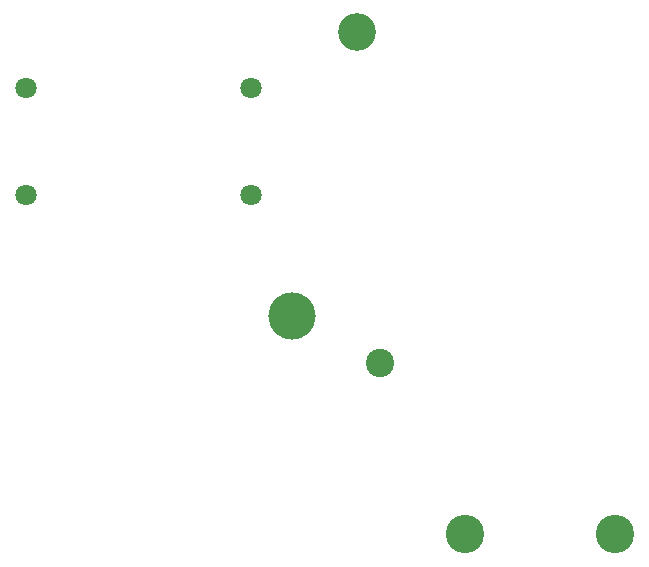
<source format=gbr>
%TF.GenerationSoftware,KiCad,Pcbnew,5.1.5-52549c5~84~ubuntu19.04.1*%
%TF.CreationDate,2020-04-18T10:51:23+00:00*%
%TF.ProjectId,alakol,616c616b-6f6c-42e6-9b69-6361645f7063,rev.0*%
%TF.SameCoordinates,Original*%
%TF.FileFunction,NonPlated,1,4,NPTH,Drill*%
%TF.FilePolarity,Positive*%
%FSLAX46Y46*%
G04 Gerber Fmt 4.6, Leading zero omitted, Abs format (unit mm)*
G04 Created by KiCad (PCBNEW 5.1.5-52549c5~84~ubuntu19.04.1) date 2020-04-18 10:51:23*
%MOMM*%
%LPD*%
G04 APERTURE LIST*
%TA.AperFunction,ComponentDrill*%
%ADD10C,1.800000*%
%TD*%
%TA.AperFunction,ComponentDrill*%
%ADD11C,2.400000*%
%TD*%
%TA.AperFunction,ComponentDrill*%
%ADD12C,3.200000*%
%TD*%
%TA.AperFunction,ComponentDrill*%
%ADD13C,3.250000*%
%TD*%
%TA.AperFunction,ComponentDrill*%
%ADD14C,4.000000*%
%TD*%
G04 APERTURE END LIST*
D10*
%TO.C,SW3*%
X132000000Y-107250000D03*
X132000000Y-116250000D03*
%TO.C,SW2*%
X151000000Y-107250000D03*
X151000000Y-116250000D03*
D11*
%TO.C,X4*%
X162000000Y-130500000D03*
D12*
%TO.C,X1*%
X160000000Y-102500000D03*
D13*
%TO.C,J2*%
X169150000Y-145000000D03*
X181850000Y-145000000D03*
D14*
%TO.C,U5*%
X154500000Y-126500000D03*
M02*

</source>
